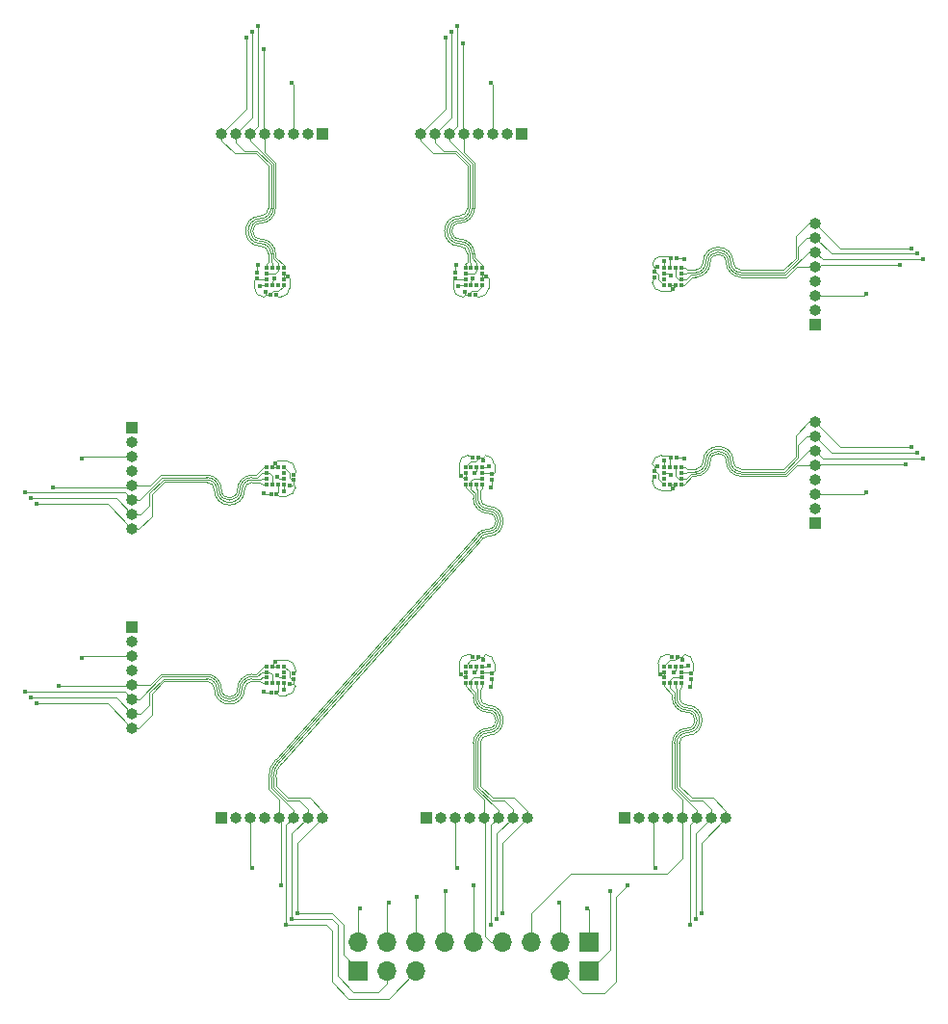
<source format=gbr>
%TF.GenerationSoftware,KiCad,Pcbnew,7.0.2-6a45011f42~172~ubuntu22.04.1*%
%TF.CreationDate,2023-05-18T14:46:19+01:00*%
%TF.ProjectId,KX134_array,4b583133-345f-4617-9272-61792e6b6963,rev?*%
%TF.SameCoordinates,Original*%
%TF.FileFunction,Copper,L1,Top*%
%TF.FilePolarity,Positive*%
%FSLAX46Y46*%
G04 Gerber Fmt 4.6, Leading zero omitted, Abs format (unit mm)*
G04 Created by KiCad (PCBNEW 7.0.2-6a45011f42~172~ubuntu22.04.1) date 2023-05-18 14:46:19*
%MOMM*%
%LPD*%
G01*
G04 APERTURE LIST*
G04 Aperture macros list*
%AMRoundRect*
0 Rectangle with rounded corners*
0 $1 Rounding radius*
0 $2 $3 $4 $5 $6 $7 $8 $9 X,Y pos of 4 corners*
0 Add a 4 corners polygon primitive as box body*
4,1,4,$2,$3,$4,$5,$6,$7,$8,$9,$2,$3,0*
0 Add four circle primitives for the rounded corners*
1,1,$1+$1,$2,$3*
1,1,$1+$1,$4,$5*
1,1,$1+$1,$6,$7*
1,1,$1+$1,$8,$9*
0 Add four rect primitives between the rounded corners*
20,1,$1+$1,$2,$3,$4,$5,0*
20,1,$1+$1,$4,$5,$6,$7,0*
20,1,$1+$1,$6,$7,$8,$9,0*
20,1,$1+$1,$8,$9,$2,$3,0*%
G04 Aperture macros list end*
%TA.AperFunction,ComponentPad*%
%ADD10R,1.000000X1.000000*%
%TD*%
%TA.AperFunction,ComponentPad*%
%ADD11O,1.000000X1.000000*%
%TD*%
%TA.AperFunction,SMDPad,CuDef*%
%ADD12RoundRect,0.075000X0.075000X-0.125000X0.075000X0.125000X-0.075000X0.125000X-0.075000X-0.125000X0*%
%TD*%
%TA.AperFunction,SMDPad,CuDef*%
%ADD13RoundRect,0.075000X-0.075000X0.125000X-0.075000X-0.125000X0.075000X-0.125000X0.075000X0.125000X0*%
%TD*%
%TA.AperFunction,ComponentPad*%
%ADD14R,1.700000X1.700000*%
%TD*%
%TA.AperFunction,ComponentPad*%
%ADD15O,1.700000X1.700000*%
%TD*%
%TA.AperFunction,SMDPad,CuDef*%
%ADD16RoundRect,0.075000X0.125000X0.075000X-0.125000X0.075000X-0.125000X-0.075000X0.125000X-0.075000X0*%
%TD*%
%TA.AperFunction,SMDPad,CuDef*%
%ADD17RoundRect,0.075000X-0.125000X-0.075000X0.125000X-0.075000X0.125000X0.075000X-0.125000X0.075000X0*%
%TD*%
%TA.AperFunction,SMDPad,CuDef*%
%ADD18R,0.330200X0.304800*%
%TD*%
%TA.AperFunction,SMDPad,CuDef*%
%ADD19R,0.304800X0.330200*%
%TD*%
%TA.AperFunction,ViaPad*%
%ADD20C,0.400000*%
%TD*%
%TA.AperFunction,Conductor*%
%ADD21C,0.100000*%
%TD*%
G04 APERTURE END LIST*
D10*
%TO.P,J7,1,Pin_1*%
%TO.N,GND*%
X163300000Y-112550000D03*
D11*
%TO.P,J7,2,Pin_2*%
%TO.N,INT1_7*%
X164570000Y-112550000D03*
%TO.P,J7,3,Pin_3*%
%TO.N,VDD*%
X165840000Y-112550000D03*
%TO.P,J7,4,Pin_4*%
%TO.N,TRIG_7*%
X167110000Y-112550000D03*
%TO.P,J7,5,Pin_5*%
%TO.N,nCS_7*%
X168380000Y-112550000D03*
%TO.P,J7,6,Pin_6*%
%TO.N,SDI*%
X169650000Y-112550000D03*
%TO.P,J7,7,Pin_7*%
%TO.N,Sclk*%
X170920000Y-112550000D03*
%TO.P,J7,8,Pin_8*%
%TO.N,SDO*%
X172190000Y-112550000D03*
%TD*%
D10*
%TO.P,J1,1,Pin_1*%
%TO.N,GND*%
X154200000Y-52450000D03*
D11*
%TO.P,J1,2,Pin_2*%
%TO.N,INT1_1*%
X152930000Y-52450000D03*
%TO.P,J1,3,Pin_3*%
%TO.N,VDD*%
X151660000Y-52450000D03*
%TO.P,J1,4,Pin_4*%
%TO.N,TRIG_1*%
X150390000Y-52450000D03*
%TO.P,J1,5,Pin_5*%
%TO.N,nCS_1*%
X149120000Y-52450000D03*
%TO.P,J1,6,Pin_6*%
%TO.N,SDI*%
X147850000Y-52450000D03*
%TO.P,J1,7,Pin_7*%
%TO.N,Sclk*%
X146580000Y-52450000D03*
%TO.P,J1,8,Pin_8*%
%TO.N,SDO*%
X145310000Y-52450000D03*
%TD*%
D10*
%TO.P,J2,1,Pin_1*%
%TO.N,GND*%
X171700000Y-52450000D03*
D11*
%TO.P,J2,2,Pin_2*%
%TO.N,INT1_2*%
X170430000Y-52450000D03*
%TO.P,J2,3,Pin_3*%
%TO.N,VDD*%
X169160000Y-52450000D03*
%TO.P,J2,4,Pin_4*%
%TO.N,TRIG_2*%
X167890000Y-52450000D03*
%TO.P,J2,5,Pin_5*%
%TO.N,nCS_2*%
X166620000Y-52450000D03*
%TO.P,J2,6,Pin_6*%
%TO.N,SDI*%
X165350000Y-52450000D03*
%TO.P,J2,7,Pin_7*%
%TO.N,Sclk*%
X164080000Y-52450000D03*
%TO.P,J2,8,Pin_8*%
%TO.N,SDO*%
X162810000Y-52450000D03*
%TD*%
D10*
%TO.P,J8,1,Pin_1*%
%TO.N,GND*%
X180800000Y-112550000D03*
D11*
%TO.P,J8,2,Pin_2*%
%TO.N,INT1_8*%
X182070000Y-112550000D03*
%TO.P,J8,3,Pin_3*%
%TO.N,VDD*%
X183340000Y-112550000D03*
%TO.P,J8,4,Pin_4*%
%TO.N,TRIG_8*%
X184610000Y-112550000D03*
%TO.P,J8,5,Pin_5*%
%TO.N,nCS_8*%
X185880000Y-112550000D03*
%TO.P,J8,6,Pin_6*%
%TO.N,SDI*%
X187150000Y-112550000D03*
%TO.P,J8,7,Pin_7*%
%TO.N,Sclk*%
X188420000Y-112550000D03*
%TO.P,J8,8,Pin_8*%
%TO.N,SDO*%
X189690000Y-112550000D03*
%TD*%
D10*
%TO.P,J3,1,Pin_1*%
%TO.N,GND*%
X197550000Y-69199999D03*
D11*
%TO.P,J3,2,Pin_2*%
%TO.N,INT1_3*%
X197550000Y-67929999D03*
%TO.P,J3,3,Pin_3*%
%TO.N,VDD*%
X197550000Y-66659999D03*
%TO.P,J3,4,Pin_4*%
%TO.N,TRIG_3*%
X197550000Y-65389999D03*
%TO.P,J3,5,Pin_5*%
%TO.N,nCS_3*%
X197550000Y-64119999D03*
%TO.P,J3,6,Pin_6*%
%TO.N,SDI*%
X197550000Y-62849999D03*
%TO.P,J3,7,Pin_7*%
%TO.N,Sclk*%
X197550000Y-61579999D03*
%TO.P,J3,8,Pin_8*%
%TO.N,SDO*%
X197550000Y-60309999D03*
%TD*%
D10*
%TO.P,J9,1,Pin_1*%
%TO.N,GND*%
X137450000Y-95800000D03*
D11*
%TO.P,J9,2,Pin_2*%
%TO.N,INT1_9*%
X137450000Y-97070000D03*
%TO.P,J9,3,Pin_3*%
%TO.N,VDD*%
X137450000Y-98340000D03*
%TO.P,J9,4,Pin_4*%
%TO.N,TRIG_9*%
X137450000Y-99610000D03*
%TO.P,J9,5,Pin_5*%
%TO.N,nCS_9*%
X137450000Y-100880000D03*
%TO.P,J9,6,Pin_6*%
%TO.N,SDI*%
X137450000Y-102150000D03*
%TO.P,J9,7,Pin_7*%
%TO.N,Sclk*%
X137450000Y-103420000D03*
%TO.P,J9,8,Pin_8*%
%TO.N,SDO*%
X137450000Y-104690000D03*
%TD*%
D10*
%TO.P,J4,1,Pin_1*%
%TO.N,GND*%
X197550000Y-86699999D03*
D11*
%TO.P,J4,2,Pin_2*%
%TO.N,INT1_4*%
X197550000Y-85429999D03*
%TO.P,J4,3,Pin_3*%
%TO.N,VDD*%
X197550000Y-84159999D03*
%TO.P,J4,4,Pin_4*%
%TO.N,TRIG_4*%
X197550000Y-82889999D03*
%TO.P,J4,5,Pin_5*%
%TO.N,nCS_4*%
X197550000Y-81619999D03*
%TO.P,J4,6,Pin_6*%
%TO.N,SDI*%
X197550000Y-80349999D03*
%TO.P,J4,7,Pin_7*%
%TO.N,Sclk*%
X197550000Y-79079999D03*
%TO.P,J4,8,Pin_8*%
%TO.N,SDO*%
X197550000Y-77809999D03*
%TD*%
D10*
%TO.P,J5,1,Pin_1*%
%TO.N,GND*%
X145300000Y-112550000D03*
D11*
%TO.P,J5,2,Pin_2*%
%TO.N,INT1_5*%
X146570000Y-112550000D03*
%TO.P,J5,3,Pin_3*%
%TO.N,VDD*%
X147840000Y-112550000D03*
%TO.P,J5,4,Pin_4*%
%TO.N,TRIG_5*%
X149110000Y-112550000D03*
%TO.P,J5,5,Pin_5*%
%TO.N,nCS_5*%
X150380000Y-112550000D03*
%TO.P,J5,6,Pin_6*%
%TO.N,SDI*%
X151650000Y-112550000D03*
%TO.P,J5,7,Pin_7*%
%TO.N,Sclk*%
X152920000Y-112550000D03*
%TO.P,J5,8,Pin_8*%
%TO.N,SDO*%
X154190000Y-112550000D03*
%TD*%
D10*
%TO.P,J6,1,Pin_1*%
%TO.N,GND*%
X137450000Y-78300000D03*
D11*
%TO.P,J6,2,Pin_2*%
%TO.N,INT1_6*%
X137450000Y-79570000D03*
%TO.P,J6,3,Pin_3*%
%TO.N,VDD*%
X137450000Y-80840000D03*
%TO.P,J6,4,Pin_4*%
%TO.N,TRIG_6*%
X137450000Y-82110000D03*
%TO.P,J6,5,Pin_5*%
%TO.N,nCS_6*%
X137450000Y-83380000D03*
%TO.P,J6,6,Pin_6*%
%TO.N,SDI*%
X137450000Y-84650000D03*
%TO.P,J6,7,Pin_7*%
%TO.N,Sclk*%
X137450000Y-85920000D03*
%TO.P,J6,8,Pin_8*%
%TO.N,SDO*%
X137450000Y-87190000D03*
%TD*%
D12*
%TO.P,C10,1*%
%TO.N,GND*%
X169100000Y-82850000D03*
%TO.P,C10,2*%
%TO.N,VDD*%
X169100000Y-82350000D03*
%TD*%
D13*
%TO.P,C2,1*%
%TO.N,GND*%
X148400000Y-64650000D03*
%TO.P,C2,2*%
%TO.N,VDD*%
X148400000Y-65150000D03*
%TD*%
D14*
%TO.P,J10,1,Pin_1*%
%TO.N,nCS_4*%
X177660000Y-123500000D03*
D15*
%TO.P,J10,2,Pin_2*%
%TO.N,nCS_3*%
X175120000Y-123500000D03*
%TO.P,J10,3,Pin_3*%
%TO.N,nCS_8*%
X172580000Y-123500000D03*
%TO.P,J10,4,Pin_4*%
%TO.N,nCS_7*%
X170040000Y-123500000D03*
%TO.P,J10,5,Pin_5*%
%TO.N,nCS_5*%
X167500000Y-123500000D03*
%TO.P,J10,6,Pin_6*%
%TO.N,nCS_9*%
X164960000Y-123500000D03*
%TO.P,J10,7,Pin_7*%
%TO.N,nCS_6*%
X162420000Y-123500000D03*
%TO.P,J10,8,Pin_8*%
%TO.N,nCS_1*%
X159880000Y-123500000D03*
%TO.P,J10,9,Pin_9*%
%TO.N,nCS_2*%
X157340000Y-123500000D03*
%TD*%
D16*
%TO.P,C9,1*%
%TO.N,VDD*%
X167900000Y-80900000D03*
%TO.P,C9,2*%
%TO.N,GND*%
X167400000Y-80900000D03*
%TD*%
D13*
%TO.P,C7,1*%
%TO.N,VDD*%
X183400000Y-82100001D03*
%TO.P,C7,2*%
%TO.N,GND*%
X183400000Y-82600001D03*
%TD*%
D16*
%TO.P,C15,1*%
%TO.N,VDD*%
X185400000Y-98400000D03*
%TO.P,C15,2*%
%TO.N,GND*%
X184900000Y-98400000D03*
%TD*%
D12*
%TO.P,C17,1*%
%TO.N,VDD*%
X151600000Y-100400000D03*
%TO.P,C17,2*%
%TO.N,GND*%
X151600000Y-99900000D03*
%TD*%
D17*
%TO.P,C12,1*%
%TO.N,GND*%
X149650000Y-84100000D03*
%TO.P,C12,2*%
%TO.N,VDD*%
X150150000Y-84100000D03*
%TD*%
D16*
%TO.P,C8,1*%
%TO.N,GND*%
X185349999Y-80900000D03*
%TO.P,C8,2*%
%TO.N,VDD*%
X184849999Y-80900000D03*
%TD*%
D18*
%TO.P,U5,1,SDO/ADDR*%
%TO.N,SDO*%
X168249300Y-83250001D03*
%TO.P,U5,2,SDI/SDA*%
%TO.N,SDI*%
X168249300Y-82750000D03*
%TO.P,U5,3,IO_VDD*%
%TO.N,VDD*%
X168249300Y-82250000D03*
%TO.P,U5,4,TRIG*%
%TO.N,TRIG_5*%
X168249300Y-81749999D03*
D19*
%TO.P,U5,5,INT1*%
%TO.N,INT1_5*%
X167750000Y-81750700D03*
%TO.P,U5,6,INT2*%
%TO.N,INT2_5*%
X167250000Y-81750700D03*
D18*
%TO.P,U5,7,VDD*%
%TO.N,VDD*%
X166750700Y-81749999D03*
%TO.P,U5,8,GND*%
%TO.N,GND*%
X166750700Y-82250000D03*
%TO.P,U5,9,GND*%
X166750700Y-82750000D03*
%TO.P,U5,10,nCS*%
%TO.N,nCS_5*%
X166750700Y-83250001D03*
D19*
%TO.P,U5,11,NC*%
%TO.N,SDI*%
X167250000Y-83249300D03*
%TO.P,U5,12,SCLK/SCL*%
%TO.N,Sclk*%
X167750000Y-83249300D03*
%TD*%
%TO.P,U3,1,SDO/ADDR*%
%TO.N,SDO*%
X185750001Y-64250700D03*
%TO.P,U3,2,SDI/SDA*%
%TO.N,SDI*%
X185250000Y-64250700D03*
%TO.P,U3,3,IO_VDD*%
%TO.N,VDD*%
X184750000Y-64250700D03*
%TO.P,U3,4,TRIG*%
%TO.N,TRIG_3*%
X184249999Y-64250700D03*
D18*
%TO.P,U3,5,INT1*%
%TO.N,INT1_3*%
X184250700Y-64750000D03*
%TO.P,U3,6,INT2*%
%TO.N,INT2_3*%
X184250700Y-65250000D03*
D19*
%TO.P,U3,7,VDD*%
%TO.N,VDD*%
X184249999Y-65749300D03*
%TO.P,U3,8,GND*%
%TO.N,GND*%
X184750000Y-65749300D03*
%TO.P,U3,9,GND*%
X185250000Y-65749300D03*
%TO.P,U3,10,nCS*%
%TO.N,nCS_3*%
X185750001Y-65749300D03*
D18*
%TO.P,U3,11,NC*%
%TO.N,SDI*%
X185749300Y-65250000D03*
%TO.P,U3,12,SCLK/SCL*%
%TO.N,Sclk*%
X185749300Y-64750000D03*
%TD*%
D19*
%TO.P,U9,1,SDO/ADDR*%
%TO.N,SDO*%
X149249999Y-100749300D03*
%TO.P,U9,2,SDI/SDA*%
%TO.N,SDI*%
X149750000Y-100749300D03*
%TO.P,U9,3,IO_VDD*%
%TO.N,VDD*%
X150250000Y-100749300D03*
%TO.P,U9,4,TRIG*%
%TO.N,TRIG_9*%
X150750001Y-100749300D03*
D18*
%TO.P,U9,5,INT1*%
%TO.N,INT1_9*%
X150749300Y-100250000D03*
%TO.P,U9,6,INT2*%
%TO.N,INT2_9*%
X150749300Y-99750000D03*
D19*
%TO.P,U9,7,VDD*%
%TO.N,VDD*%
X150750001Y-99250700D03*
%TO.P,U9,8,GND*%
%TO.N,GND*%
X150250000Y-99250700D03*
%TO.P,U9,9,GND*%
X149750000Y-99250700D03*
%TO.P,U9,10,nCS*%
%TO.N,nCS_9*%
X149249999Y-99250700D03*
D18*
%TO.P,U9,11,NC*%
%TO.N,SDI*%
X149250700Y-99750000D03*
%TO.P,U9,12,SCLK/SCL*%
%TO.N,Sclk*%
X149250700Y-100250000D03*
%TD*%
%TO.P,U1,1,SDO/ADDR*%
%TO.N,SDO*%
X149250700Y-64249999D03*
%TO.P,U1,2,SDI/SDA*%
%TO.N,SDI*%
X149250700Y-64750000D03*
%TO.P,U1,3,IO_VDD*%
%TO.N,VDD*%
X149250700Y-65250000D03*
%TO.P,U1,4,TRIG*%
%TO.N,TRIG_1*%
X149250700Y-65750001D03*
D19*
%TO.P,U1,5,INT1*%
%TO.N,INT1_1*%
X149750000Y-65749300D03*
%TO.P,U1,6,INT2*%
%TO.N,INT2_1*%
X150250000Y-65749300D03*
D18*
%TO.P,U1,7,VDD*%
%TO.N,VDD*%
X150749300Y-65750001D03*
%TO.P,U1,8,GND*%
%TO.N,GND*%
X150749300Y-65250000D03*
%TO.P,U1,9,GND*%
X150749300Y-64750000D03*
%TO.P,U1,10,nCS*%
%TO.N,nCS_1*%
X150749300Y-64249999D03*
D19*
%TO.P,U1,11,NC*%
%TO.N,SDI*%
X150250000Y-64250700D03*
%TO.P,U1,12,SCLK/SCL*%
%TO.N,Sclk*%
X149750000Y-64250700D03*
%TD*%
D18*
%TO.P,U8,1,SDO/ADDR*%
%TO.N,SDO*%
X185749300Y-100750001D03*
%TO.P,U8,2,SDI/SDA*%
%TO.N,SDI*%
X185749300Y-100250000D03*
%TO.P,U8,3,IO_VDD*%
%TO.N,VDD*%
X185749300Y-99750000D03*
%TO.P,U8,4,TRIG*%
%TO.N,TRIG_8*%
X185749300Y-99249999D03*
D19*
%TO.P,U8,5,INT1*%
%TO.N,INT1_8*%
X185250000Y-99250700D03*
%TO.P,U8,6,INT2*%
%TO.N,INT2_8*%
X184750000Y-99250700D03*
D18*
%TO.P,U8,7,VDD*%
%TO.N,VDD*%
X184250700Y-99249999D03*
%TO.P,U8,8,GND*%
%TO.N,GND*%
X184250700Y-99750000D03*
%TO.P,U8,9,GND*%
X184250700Y-100250000D03*
%TO.P,U8,10,nCS*%
%TO.N,nCS_8*%
X184250700Y-100750001D03*
D19*
%TO.P,U8,11,NC*%
%TO.N,SDI*%
X184750000Y-100749300D03*
%TO.P,U8,12,SCLK/SCL*%
%TO.N,Sclk*%
X185250000Y-100749300D03*
%TD*%
D17*
%TO.P,C1,1*%
%TO.N,VDD*%
X149600000Y-66600000D03*
%TO.P,C1,2*%
%TO.N,GND*%
X150100000Y-66600000D03*
%TD*%
D19*
%TO.P,U6,1,SDO/ADDR*%
%TO.N,SDO*%
X149249999Y-83249300D03*
%TO.P,U6,2,SDI/SDA*%
%TO.N,SDI*%
X149750000Y-83249300D03*
%TO.P,U6,3,IO_VDD*%
%TO.N,VDD*%
X150250000Y-83249300D03*
%TO.P,U6,4,TRIG*%
%TO.N,TRIG_6*%
X150750001Y-83249300D03*
D18*
%TO.P,U6,5,INT1*%
%TO.N,INT1_6*%
X150749300Y-82750000D03*
%TO.P,U6,6,INT2*%
%TO.N,INT2_6*%
X150749300Y-82250000D03*
D19*
%TO.P,U6,7,VDD*%
%TO.N,VDD*%
X150750001Y-81750700D03*
%TO.P,U6,8,GND*%
%TO.N,GND*%
X150250000Y-81750700D03*
%TO.P,U6,9,GND*%
X149750000Y-81750700D03*
%TO.P,U6,10,nCS*%
%TO.N,nCS_6*%
X149249999Y-81750700D03*
D18*
%TO.P,U6,11,NC*%
%TO.N,SDI*%
X149250700Y-82250000D03*
%TO.P,U6,12,SCLK/SCL*%
%TO.N,Sclk*%
X149250700Y-82750000D03*
%TD*%
D12*
%TO.P,C14,1*%
%TO.N,GND*%
X169100000Y-100350000D03*
%TO.P,C14,2*%
%TO.N,VDD*%
X169100000Y-99850000D03*
%TD*%
%TO.P,C11,1*%
%TO.N,VDD*%
X151600000Y-82900000D03*
%TO.P,C11,2*%
%TO.N,GND*%
X151600000Y-82400000D03*
%TD*%
D14*
%TO.P,J12,1,Pin_1*%
%TO.N,VDD*%
X177660000Y-126040000D03*
D15*
%TO.P,J12,2,Pin_2*%
%TO.N,GND*%
X175120000Y-126040000D03*
%TD*%
D12*
%TO.P,C16,1*%
%TO.N,GND*%
X186600000Y-100350000D03*
%TO.P,C16,2*%
%TO.N,VDD*%
X186600000Y-99850000D03*
%TD*%
D13*
%TO.P,C5,1*%
%TO.N,VDD*%
X183400000Y-64600001D03*
%TO.P,C5,2*%
%TO.N,GND*%
X183400000Y-65100001D03*
%TD*%
%TO.P,C4,1*%
%TO.N,GND*%
X165900000Y-64650000D03*
%TO.P,C4,2*%
%TO.N,VDD*%
X165900000Y-65150000D03*
%TD*%
D18*
%TO.P,U2,1,SDO/ADDR*%
%TO.N,SDO*%
X166750700Y-64249999D03*
%TO.P,U2,2,SDI/SDA*%
%TO.N,SDI*%
X166750700Y-64750000D03*
%TO.P,U2,3,IO_VDD*%
%TO.N,VDD*%
X166750700Y-65250000D03*
%TO.P,U2,4,TRIG*%
%TO.N,TRIG_2*%
X166750700Y-65750001D03*
D19*
%TO.P,U2,5,INT1*%
%TO.N,INT1_2*%
X167250000Y-65749300D03*
%TO.P,U2,6,INT2*%
%TO.N,INT2_2*%
X167750000Y-65749300D03*
D18*
%TO.P,U2,7,VDD*%
%TO.N,VDD*%
X168249300Y-65750001D03*
%TO.P,U2,8,GND*%
%TO.N,GND*%
X168249300Y-65250000D03*
%TO.P,U2,9,GND*%
X168249300Y-64750000D03*
%TO.P,U2,10,nCS*%
%TO.N,nCS_2*%
X168249300Y-64249999D03*
D19*
%TO.P,U2,11,NC*%
%TO.N,SDI*%
X167750000Y-64250700D03*
%TO.P,U2,12,SCLK/SCL*%
%TO.N,Sclk*%
X167250000Y-64250700D03*
%TD*%
D14*
%TO.P,J11,1,Pin_1*%
%TO.N,SDO*%
X157340000Y-126040000D03*
D15*
%TO.P,J11,2,Pin_2*%
%TO.N,Sclk*%
X159880000Y-126040000D03*
%TO.P,J11,3,Pin_3*%
%TO.N,SDI*%
X162420000Y-126040000D03*
%TD*%
D16*
%TO.P,C6,1*%
%TO.N,GND*%
X185349999Y-63400000D03*
%TO.P,C6,2*%
%TO.N,VDD*%
X184849999Y-63400000D03*
%TD*%
D19*
%TO.P,U4,1,SDO/ADDR*%
%TO.N,SDO*%
X185750001Y-81750700D03*
%TO.P,U4,2,SDI/SDA*%
%TO.N,SDI*%
X185250000Y-81750700D03*
%TO.P,U4,3,IO_VDD*%
%TO.N,VDD*%
X184750000Y-81750700D03*
%TO.P,U4,4,TRIG*%
%TO.N,TRIG_4*%
X184249999Y-81750700D03*
D18*
%TO.P,U4,5,INT1*%
%TO.N,INT1_4*%
X184250700Y-82250000D03*
%TO.P,U4,6,INT2*%
%TO.N,INT2_4*%
X184250700Y-82750000D03*
D19*
%TO.P,U4,7,VDD*%
%TO.N,VDD*%
X184249999Y-83249300D03*
%TO.P,U4,8,GND*%
%TO.N,GND*%
X184750000Y-83249300D03*
%TO.P,U4,9,GND*%
X185250000Y-83249300D03*
%TO.P,U4,10,nCS*%
%TO.N,nCS_4*%
X185750001Y-83249300D03*
D18*
%TO.P,U4,11,NC*%
%TO.N,SDI*%
X185749300Y-82750000D03*
%TO.P,U4,12,SCLK/SCL*%
%TO.N,Sclk*%
X185749300Y-82250000D03*
%TD*%
%TO.P,U7,1,SDO/ADDR*%
%TO.N,SDO*%
X168249300Y-100750001D03*
%TO.P,U7,2,SDI/SDA*%
%TO.N,SDI*%
X168249300Y-100250000D03*
%TO.P,U7,3,IO_VDD*%
%TO.N,VDD*%
X168249300Y-99750000D03*
%TO.P,U7,4,TRIG*%
%TO.N,TRIG_7*%
X168249300Y-99249999D03*
D19*
%TO.P,U7,5,INT1*%
%TO.N,INT1_7*%
X167750000Y-99250700D03*
%TO.P,U7,6,INT2*%
%TO.N,INT2_7*%
X167250000Y-99250700D03*
D18*
%TO.P,U7,7,VDD*%
%TO.N,VDD*%
X166750700Y-99249999D03*
%TO.P,U7,8,GND*%
%TO.N,GND*%
X166750700Y-99750000D03*
%TO.P,U7,9,GND*%
X166750700Y-100250000D03*
%TO.P,U7,10,nCS*%
%TO.N,nCS_7*%
X166750700Y-100750001D03*
D19*
%TO.P,U7,11,NC*%
%TO.N,SDI*%
X167250000Y-100749300D03*
%TO.P,U7,12,SCLK/SCL*%
%TO.N,Sclk*%
X167750000Y-100749300D03*
%TD*%
D17*
%TO.P,C18,1*%
%TO.N,GND*%
X149650000Y-101600000D03*
%TO.P,C18,2*%
%TO.N,VDD*%
X150150000Y-101600000D03*
%TD*%
%TO.P,C3,1*%
%TO.N,VDD*%
X167100000Y-66600000D03*
%TO.P,C3,2*%
%TO.N,GND*%
X167600000Y-66600000D03*
%TD*%
D16*
%TO.P,C13,1*%
%TO.N,VDD*%
X167900000Y-98400000D03*
%TO.P,C13,2*%
%TO.N,GND*%
X167400000Y-98400000D03*
%TD*%
D20*
%TO.N,GND*%
X150000000Y-81400000D03*
X148475000Y-63975000D03*
X185000000Y-83600000D03*
X169025000Y-83525000D03*
X183900000Y-100000000D03*
X165975000Y-63975000D03*
X169025000Y-101025000D03*
X181000000Y-118500000D03*
X185000000Y-66100000D03*
X150000000Y-98900000D03*
X148975000Y-84025000D03*
X151100000Y-65000000D03*
X168600000Y-65000000D03*
X166400000Y-100000000D03*
X166400000Y-82500000D03*
X148975000Y-101525000D03*
X186025000Y-80975000D03*
X186025000Y-63475000D03*
X186525000Y-101025000D03*
%TO.N,VDD*%
X183675000Y-81675000D03*
X151325000Y-83325000D03*
X168325000Y-98675000D03*
X168325000Y-81175000D03*
X166675000Y-66325000D03*
X149175000Y-66325000D03*
X133000000Y-81000000D03*
X183675000Y-64175000D03*
X202000000Y-66500000D03*
X151325000Y-100825000D03*
X179500000Y-119000000D03*
X183500000Y-117000000D03*
X202000000Y-84000000D03*
X133000000Y-98500000D03*
X185825000Y-98675000D03*
X169000000Y-48000000D03*
X151500000Y-48000000D03*
X166000000Y-117000000D03*
X148000000Y-117000000D03*
%TO.N,SDO*%
X129000000Y-102500000D03*
X206000000Y-62500000D03*
X147500000Y-44000000D03*
X165000000Y-44000000D03*
X170000000Y-121000000D03*
X152000000Y-121000000D03*
X206000000Y-80000000D03*
X187500000Y-121000000D03*
X129000000Y-85000000D03*
%TO.N,Sclk*%
X187000000Y-121500000D03*
X169500000Y-121500000D03*
X151500000Y-121500000D03*
X128500000Y-102000000D03*
X128500000Y-84500000D03*
X148000000Y-43500000D03*
X206500000Y-63000000D03*
X206500000Y-80500000D03*
X165500000Y-43500000D03*
%TO.N,TRIG_1*%
X148650000Y-65800000D03*
%TO.N,INT1_1*%
X149925000Y-65200000D03*
%TO.N,nCS_1*%
X149000000Y-45000000D03*
X160000000Y-120000000D03*
%TO.N,SDI*%
X128000000Y-101500000D03*
X151000000Y-122000000D03*
X207000000Y-81000000D03*
X186500000Y-122000000D03*
X148500000Y-43000000D03*
X166000000Y-43000000D03*
X169000000Y-122000000D03*
X207000000Y-63500000D03*
X128000000Y-84000000D03*
%TO.N,TRIG_2*%
X166150000Y-65800000D03*
%TO.N,INT1_2*%
X167425000Y-65200000D03*
%TO.N,nCS_2*%
X157500000Y-120500000D03*
X166500000Y-44500000D03*
%TO.N,TRIG_5*%
X168849999Y-81700000D03*
%TO.N,INT1_5*%
X167575000Y-82300000D03*
%TO.N,nCS_5*%
X167500000Y-118500000D03*
X150500000Y-118500000D03*
%TO.N,TRIG_6*%
X150800000Y-83850000D03*
%TO.N,INT1_6*%
X150200000Y-82575000D03*
%TO.N,nCS_6*%
X130500000Y-83500000D03*
X162500000Y-119500000D03*
%TO.N,TRIG_4*%
X184200000Y-81150000D03*
%TO.N,INT1_4*%
X184800000Y-82425000D03*
%TO.N,nCS_4*%
X205500000Y-81500000D03*
X177500000Y-120500000D03*
%TO.N,TRIG_8*%
X186350000Y-99200000D03*
%TO.N,INT1_8*%
X185075000Y-99800000D03*
%TO.N,TRIG_9*%
X150800000Y-101350000D03*
%TO.N,INT1_9*%
X150200000Y-100075000D03*
%TO.N,nCS_9*%
X131000000Y-101000000D03*
X165000000Y-119000000D03*
%TO.N,TRIG_7*%
X168850000Y-99200000D03*
%TO.N,INT1_7*%
X167575000Y-99800000D03*
%TO.N,nCS_3*%
X205000000Y-64000000D03*
X175000000Y-120000000D03*
%TO.N,INT1_3*%
X184800000Y-64925000D03*
%TO.N,TRIG_3*%
X184200000Y-63650000D03*
%TD*%
D21*
%TO.N,GND*%
X184150000Y-100250000D02*
X183900000Y-100000000D01*
X185950000Y-80900000D02*
X186025000Y-80975000D01*
X149650000Y-101600000D02*
X149050000Y-101600000D01*
X149650000Y-84100000D02*
X149050000Y-84100000D01*
X166650000Y-82750001D02*
X166400000Y-82500000D01*
X169100000Y-83450000D02*
X169025000Y-83525000D01*
X184800000Y-66300000D02*
X185000000Y-66100000D01*
X165900000Y-64050000D02*
X165975000Y-63975000D01*
X149750000Y-81750700D02*
X149750000Y-81650000D01*
X167200000Y-98200000D02*
X167400000Y-98400000D01*
X151800000Y-82000000D02*
X151800000Y-82200000D01*
X148400000Y-64050000D02*
X148475000Y-63975000D01*
X149750000Y-99150000D02*
X150000000Y-98900000D01*
X165900000Y-64650000D02*
X165900000Y-64050000D01*
X150200000Y-98700000D02*
X150000000Y-98900000D01*
X169100000Y-100350000D02*
X169100000Y-100950000D01*
X166750700Y-100250000D02*
X166650000Y-100250000D01*
X166200000Y-99000000D02*
X166200000Y-99800000D01*
X185250000Y-83350000D02*
X185000000Y-83600000D01*
X183200000Y-65300000D02*
X183400000Y-65100000D01*
X186600000Y-100950000D02*
X186525000Y-101025000D01*
X184000000Y-83800000D02*
X184800000Y-83800000D01*
X166750700Y-82750000D02*
X166650000Y-82750001D01*
X168000000Y-66800000D02*
X167800000Y-66800000D01*
X185250000Y-65850000D02*
X185000000Y-66100000D01*
X169100000Y-100950000D02*
X169025000Y-101025000D01*
X180000000Y-127000000D02*
X179000000Y-128000000D01*
X185950000Y-63400000D02*
X186025000Y-63475000D01*
X167000000Y-98200000D02*
X167200000Y-98200000D01*
X149750000Y-99250700D02*
X149750000Y-99150000D01*
X166650000Y-100250000D02*
X166400000Y-100000000D01*
X184700000Y-98200000D02*
X184900000Y-98400000D01*
X185250000Y-83249300D02*
X184750000Y-83249300D01*
X150300000Y-66800000D02*
X150100000Y-66600000D01*
X179000000Y-128000000D02*
X177080000Y-128000000D01*
X183200000Y-83000000D02*
X183200000Y-82800000D01*
X149750000Y-99250700D02*
X150250000Y-99250700D01*
X148400000Y-64650000D02*
X148400000Y-64050000D01*
X166200000Y-99800000D02*
X166400000Y-100000000D01*
X150500000Y-66800000D02*
X150300000Y-66800000D01*
X184500000Y-98200000D02*
X184700000Y-98200000D01*
X186600000Y-100350000D02*
X186600000Y-100950000D01*
X168800000Y-65200000D02*
X168600000Y-65000000D01*
X184250700Y-100250000D02*
X184250700Y-99750000D01*
X168249300Y-64750000D02*
X168350000Y-64750000D01*
X185250000Y-65749300D02*
X185250000Y-65850000D01*
X149050000Y-84100000D02*
X148975000Y-84025000D01*
X169100000Y-82850000D02*
X169100000Y-83450000D01*
X177080000Y-128000000D02*
X175120000Y-126040000D01*
X167200000Y-80700000D02*
X167400000Y-80900000D01*
X151300000Y-65200000D02*
X151100000Y-65000000D01*
X184250700Y-100250000D02*
X184150000Y-100250000D01*
X149050000Y-101600000D02*
X148975000Y-101525000D01*
X150200000Y-81200000D02*
X150000000Y-81400000D01*
X166999999Y-80700000D02*
X167200000Y-80700000D01*
X151300000Y-66000000D02*
X151300000Y-65200000D01*
X184000000Y-66300000D02*
X184800000Y-66300000D01*
X185350000Y-63400000D02*
X185950000Y-63400000D01*
X150749300Y-64750000D02*
X150850000Y-64750000D01*
X168350000Y-64750000D02*
X168600000Y-65000000D01*
X183200000Y-82800000D02*
X183400000Y-82600000D01*
X185250000Y-65749300D02*
X184750000Y-65749300D01*
X166750700Y-100250000D02*
X166750700Y-99750000D01*
X166200000Y-82300001D02*
X166400000Y-82500000D01*
X166750700Y-82750000D02*
X166750700Y-82250000D01*
X168249300Y-64750000D02*
X168249300Y-65250000D01*
X150749300Y-64750000D02*
X150749300Y-65250000D01*
X151000000Y-98700000D02*
X150200000Y-98700000D01*
X180000000Y-119500000D02*
X180000000Y-127000000D01*
X183700000Y-99800000D02*
X183900000Y-100000000D01*
X183700000Y-99000000D02*
X183700000Y-99800000D01*
X185350000Y-80900000D02*
X185950000Y-80900000D01*
X166200000Y-81500000D02*
X166200000Y-82300001D01*
X167800000Y-66800000D02*
X167600000Y-66600000D01*
X150850000Y-64750000D02*
X151100000Y-65000000D01*
X149750000Y-81650000D02*
X150000000Y-81400000D01*
X151800000Y-99700000D02*
X151600000Y-99900000D01*
X151800000Y-82200000D02*
X151600000Y-82400000D01*
X181000000Y-118500000D02*
X180000000Y-119500000D01*
X151000000Y-81200000D02*
X150200000Y-81200000D01*
X183200000Y-65500000D02*
X183200000Y-65300000D01*
X185250000Y-83249300D02*
X185250000Y-83350000D01*
X151800000Y-99500000D02*
X151800000Y-99700000D01*
X149750000Y-81750700D02*
X150250000Y-81750700D01*
X184800000Y-83800000D02*
X185000000Y-83600000D01*
X168800000Y-66000000D02*
X168800000Y-65200000D01*
X167000000Y-98200000D02*
G75*
G03*
X166200000Y-99000000I0J-800000D01*
G01*
X183200000Y-83000000D02*
G75*
G03*
X184000000Y-83800000I800000J0D01*
G01*
X151800000Y-99500000D02*
G75*
G03*
X151000000Y-98700000I-800000J0D01*
G01*
X166999999Y-80700000D02*
G75*
G03*
X166200000Y-81500000I1J-800000D01*
G01*
X151800000Y-82000000D02*
G75*
G03*
X151000000Y-81200000I-800000J0D01*
G01*
X183200000Y-65500000D02*
G75*
G03*
X184000000Y-66300000I800000J0D01*
G01*
X150500000Y-66800000D02*
G75*
G03*
X151300000Y-66000000I0J800000D01*
G01*
X168000000Y-66800000D02*
G75*
G03*
X168800000Y-66000000I0J800000D01*
G01*
X184500000Y-98200000D02*
G75*
G03*
X183700000Y-99000000I0J-800000D01*
G01*
%TO.N,VDD*%
X183425000Y-64175000D02*
X183400000Y-64200000D01*
X168249300Y-65750001D02*
X168249300Y-65800700D01*
X167224999Y-81225000D02*
X167674999Y-81225000D01*
X147840000Y-116840000D02*
X148000000Y-117000000D01*
X183340000Y-112550000D02*
X183340000Y-116840000D01*
X185825000Y-98425000D02*
X185800000Y-98400000D01*
X168325000Y-80925000D02*
X168300000Y-80900000D01*
X150250000Y-101500000D02*
X150150000Y-101600000D01*
X183500000Y-64600000D02*
X183400000Y-64600000D01*
X151575000Y-83325000D02*
X151600000Y-83300000D01*
X183675000Y-81675000D02*
X183425000Y-81675000D01*
X137450000Y-80840000D02*
X133160000Y-80840000D01*
X184650000Y-80700000D02*
X184850000Y-80900000D01*
X151575000Y-100825000D02*
X151600000Y-100800000D01*
X151600000Y-82900000D02*
X151600000Y-83300000D01*
X151600000Y-100400000D02*
X151600000Y-100800000D01*
X185800000Y-98400000D02*
X186000000Y-98200000D01*
X169160000Y-48160000D02*
X169000000Y-48000000D01*
X169160000Y-52450000D02*
X169160000Y-48160000D01*
X183725000Y-82775000D02*
X183725000Y-82325000D01*
X168300000Y-98400000D02*
X168500000Y-98200000D01*
X165700000Y-66000000D02*
X165700000Y-65350000D01*
X150749300Y-65800700D02*
X150275000Y-66275000D01*
X149175000Y-66325000D02*
X149175000Y-66575000D01*
X184000000Y-80700000D02*
X184650000Y-80700000D01*
X169000000Y-99750000D02*
X169100000Y-99850000D01*
X166750700Y-81699300D02*
X167224999Y-81225000D01*
X166750700Y-81750000D02*
X166750700Y-81699300D01*
X151000000Y-84300000D02*
X150350000Y-84300000D01*
X183675000Y-64175000D02*
X183425000Y-64175000D01*
X150250000Y-83249300D02*
X150250000Y-84000000D01*
X150350000Y-101800000D02*
X150150000Y-101600000D01*
X150750001Y-81750700D02*
X150800700Y-81750700D01*
X151500000Y-100400000D02*
X151600000Y-100400000D01*
X151325000Y-83325000D02*
X151575000Y-83325000D01*
X183500000Y-82100000D02*
X183400000Y-82100000D01*
X183425000Y-81675000D02*
X183400000Y-81700000D01*
X185749300Y-99750000D02*
X186500000Y-99750000D01*
X183400000Y-81700000D02*
X183200000Y-81500000D01*
X169300000Y-82150001D02*
X169100000Y-82350001D01*
X167225000Y-98725000D02*
X167675000Y-98725000D01*
X168249299Y-82250000D02*
X168999999Y-82250000D01*
X185400000Y-98400000D02*
X185800000Y-98400000D01*
X165840000Y-112550000D02*
X165840000Y-116840000D01*
X186800000Y-99650000D02*
X186600000Y-99850000D01*
X150800700Y-81750700D02*
X151275000Y-82225000D01*
X165700000Y-65350000D02*
X165900000Y-65150000D01*
X166675000Y-66325000D02*
X166675000Y-66575000D01*
X148200000Y-66000000D02*
X148200000Y-65350000D01*
X167899999Y-81000000D02*
X167900000Y-80900001D01*
X186500000Y-99750000D02*
X186600000Y-99850000D01*
X167775000Y-66275000D02*
X167325000Y-66275000D01*
X184725000Y-98725000D02*
X185175000Y-98725000D01*
X183400000Y-64600000D02*
X183400000Y-64200000D01*
X150250000Y-100749300D02*
X150250000Y-101500000D01*
X150275000Y-66275000D02*
X149825000Y-66275000D01*
X167900000Y-98400000D02*
X168300000Y-98400000D01*
X167100000Y-66600000D02*
X166700000Y-66600000D01*
X184250700Y-99199300D02*
X184725000Y-98725000D01*
X151000000Y-101800000D02*
X150350000Y-101800000D01*
X151275000Y-82675000D02*
X151500000Y-82900000D01*
X149250700Y-65250000D02*
X148500000Y-65250000D01*
X137450000Y-98340000D02*
X133160000Y-98340000D01*
X151600000Y-100800000D02*
X151800000Y-101000000D01*
X184750000Y-64250700D02*
X184750000Y-63500000D01*
X201840001Y-66659999D02*
X202000000Y-66500000D01*
X151325000Y-100825000D02*
X151575000Y-100825000D01*
X184249999Y-83249300D02*
X184199300Y-83249300D01*
X167675000Y-98725000D02*
X167900000Y-98500000D01*
X169300000Y-99650000D02*
X169100000Y-99850000D01*
X167674999Y-81225000D02*
X167899999Y-81000000D01*
X150350000Y-84300000D02*
X150150000Y-84100000D01*
X168325000Y-98425000D02*
X168300000Y-98400000D01*
X185175000Y-98725000D02*
X185400000Y-98500000D01*
X166000000Y-65250000D02*
X165900000Y-65150000D01*
X148500000Y-65250000D02*
X148400000Y-65150000D01*
X169300000Y-81500000D02*
X169300000Y-82150001D01*
X165840000Y-116840000D02*
X166000000Y-117000000D01*
X201840001Y-84159999D02*
X202000000Y-84000000D01*
X179500000Y-124200000D02*
X179500000Y-119000000D01*
X150800700Y-99250700D02*
X151275000Y-99725000D01*
X150250000Y-84000000D02*
X150150000Y-84100000D01*
X166750700Y-99199300D02*
X167225000Y-98725000D01*
X184650000Y-63200000D02*
X184850000Y-63400000D01*
X150750001Y-99250700D02*
X150800700Y-99250700D01*
X185400000Y-98500000D02*
X185400000Y-98400000D01*
X184249999Y-65749300D02*
X184199300Y-65749300D01*
X166675000Y-66575000D02*
X166700000Y-66600000D01*
X168324999Y-81175000D02*
X168325000Y-80925000D01*
X177660000Y-126040000D02*
X179500000Y-124200000D01*
X184750000Y-81000000D02*
X184850000Y-80900000D01*
X183725000Y-82325000D02*
X183500000Y-82100000D01*
X184199300Y-83249300D02*
X183725000Y-82775000D01*
X184000000Y-63200000D02*
X184650000Y-63200000D01*
X133160000Y-98340000D02*
X133000000Y-98500000D01*
X184250700Y-99249999D02*
X184250700Y-99199300D01*
X167100000Y-66500000D02*
X167100000Y-66600000D01*
X167325000Y-66275000D02*
X167100000Y-66500000D01*
X168300000Y-80900000D02*
X168500000Y-80700000D01*
X149825000Y-66275000D02*
X149600000Y-66500000D01*
X149600000Y-66600000D02*
X149200000Y-66600000D01*
X197550000Y-84159999D02*
X201840001Y-84159999D01*
X151660000Y-48160000D02*
X151500000Y-48000000D01*
X151275000Y-82225000D02*
X151275000Y-82675000D01*
X183725000Y-64825000D02*
X183500000Y-64600000D01*
X151275000Y-99725000D02*
X151275000Y-100175000D01*
X168249300Y-99750000D02*
X169000000Y-99750000D01*
X166750700Y-65250000D02*
X166000000Y-65250000D01*
X169300000Y-99000000D02*
X169300000Y-99650000D01*
X183400000Y-64200000D02*
X183200000Y-64000000D01*
X184750000Y-81750700D02*
X184750000Y-81000000D01*
X183400000Y-82100000D02*
X183400000Y-81700000D01*
X185825000Y-98675000D02*
X185825000Y-98425000D01*
X184199300Y-65749300D02*
X183725000Y-65275000D01*
X147840000Y-112550000D02*
X147840000Y-116840000D01*
X151660000Y-52450000D02*
X151660000Y-48160000D01*
X150749300Y-65750001D02*
X150749300Y-65800700D01*
X151275000Y-100175000D02*
X151500000Y-100400000D01*
X133160000Y-80840000D02*
X133000000Y-81000000D01*
X148200000Y-65350000D02*
X148400000Y-65150000D01*
X168325000Y-98675000D02*
X168325000Y-98425000D01*
X149600000Y-66500000D02*
X149600000Y-66600000D01*
X197550000Y-66659999D02*
X201840001Y-66659999D01*
X186800000Y-99000000D02*
X186800000Y-99650000D01*
X151500000Y-82900000D02*
X151600000Y-82900000D01*
X168249300Y-65800700D02*
X167775000Y-66275000D01*
X167900000Y-80900001D02*
X168300000Y-80900000D01*
X168999999Y-82250000D02*
X169100000Y-82350001D01*
X166750700Y-99249999D02*
X166750700Y-99199300D01*
X149200000Y-66600000D02*
X149000000Y-66800000D01*
X149175000Y-66575000D02*
X149200000Y-66600000D01*
X166700000Y-66600000D02*
X166500000Y-66800000D01*
X184750000Y-63500000D02*
X184850000Y-63400000D01*
X167900000Y-98500000D02*
X167900000Y-98400000D01*
X151600000Y-83300000D02*
X151800000Y-83500000D01*
X183725000Y-65275000D02*
X183725000Y-64825000D01*
X183340000Y-116840000D02*
X183500000Y-117000000D01*
X169300000Y-81500000D02*
G75*
G03*
X168500000Y-80700000I-800000J0D01*
G01*
X165700000Y-66000000D02*
G75*
G03*
X166500000Y-66800000I800000J0D01*
G01*
X169300000Y-99000000D02*
G75*
G03*
X168500000Y-98200000I-800000J0D01*
G01*
X151000000Y-84300000D02*
G75*
G03*
X151800000Y-83500000I0J800000D01*
G01*
X148200000Y-66000000D02*
G75*
G03*
X149000000Y-66800000I800000J0D01*
G01*
X184000000Y-80700000D02*
G75*
G03*
X183200000Y-81500000I0J-800000D01*
G01*
X186800000Y-99000000D02*
G75*
G03*
X186000000Y-98200000I-800000J0D01*
G01*
X151000000Y-101800000D02*
G75*
G03*
X151800000Y-101000000I0J800000D01*
G01*
X184000000Y-63200000D02*
G75*
G03*
X183200000Y-64000000I0J-800000D01*
G01*
%TO.N,SDO*%
X144000000Y-83075000D02*
X143975000Y-83050000D01*
X150075000Y-109000000D02*
X150075000Y-109750000D01*
X138035000Y-104690000D02*
X137450000Y-104690000D01*
X168075000Y-106000000D02*
X168075000Y-109750000D01*
X185750001Y-81750700D02*
X186080700Y-81750700D01*
X139175000Y-103550000D02*
X138035000Y-104690000D01*
X196965000Y-77810000D02*
X197550000Y-77810000D01*
X185575000Y-106000000D02*
X185575000Y-109750000D01*
X168250000Y-101100000D02*
X168075000Y-101300000D01*
X152000000Y-114740000D02*
X152000000Y-121000000D01*
X148700000Y-83075000D02*
X148000000Y-83075000D01*
X148350000Y-54175000D02*
X146450000Y-54175000D01*
X154190000Y-111965000D02*
X154190000Y-112550000D01*
X139175000Y-84150000D02*
X139175000Y-86050000D01*
X168075000Y-101300000D02*
X168075000Y-102000000D01*
X199740001Y-80000000D02*
X206000000Y-80000000D01*
X137450000Y-87190000D02*
X135260000Y-85000000D01*
X195825000Y-61450000D02*
X196965000Y-60310000D01*
X166750700Y-64249999D02*
X166750700Y-63919300D01*
X149425000Y-55250000D02*
X148350000Y-54175000D01*
X186100000Y-64250000D02*
X186300000Y-64425000D01*
X168075000Y-83800000D02*
X168075000Y-84500001D01*
X153050000Y-110825000D02*
X154190000Y-111965000D01*
X156000000Y-122000000D02*
X155000000Y-121000000D01*
X165850000Y-54175000D02*
X163950000Y-54175000D01*
X166925000Y-59000000D02*
X166925000Y-55250000D01*
X145310000Y-52450000D02*
X147500000Y-50260000D01*
X185575000Y-109750000D02*
X186650000Y-110825000D01*
X154190000Y-112550000D02*
X152000000Y-114740000D01*
X149425000Y-59000000D02*
X149425000Y-55250000D01*
X148700000Y-100575000D02*
X148000000Y-100575000D01*
X146450000Y-54175000D02*
X145310000Y-53035000D01*
X165000000Y-50260000D02*
X165000000Y-44000000D01*
X135260000Y-102500000D02*
X129000000Y-102500000D01*
X185750000Y-101100000D02*
X185575000Y-101300000D01*
X191000000Y-81925000D02*
X194750000Y-81925000D01*
X155000000Y-121000000D02*
X152000000Y-121000000D01*
X185575000Y-101300000D02*
X185575000Y-102000000D01*
X145310000Y-53035000D02*
X145310000Y-52450000D01*
X143975000Y-83050000D02*
X140275000Y-83050000D01*
X151150000Y-110825000D02*
X153050000Y-110825000D01*
X148900000Y-83250000D02*
X148700000Y-83075000D01*
X149250700Y-64249999D02*
X149250700Y-63919300D01*
X186300000Y-64425000D02*
X187000000Y-64425000D01*
X194750000Y-64425000D02*
X195825000Y-63350000D01*
X140250000Y-100575000D02*
X139175000Y-101650000D01*
X139175000Y-86050000D02*
X138035000Y-87190000D01*
X168249300Y-100750001D02*
X168249300Y-101080700D01*
X196965000Y-60310000D02*
X197550000Y-60310000D01*
X137450000Y-104690000D02*
X135260000Y-102500000D01*
X149425000Y-63700000D02*
X149425000Y-63000000D01*
X187500000Y-114740000D02*
X187500000Y-121000000D01*
X199740001Y-62500000D02*
X206000000Y-62500000D01*
X172190000Y-111965000D02*
X172190000Y-112550000D01*
X157369999Y-126000000D02*
X156000000Y-124630001D01*
X172190000Y-112550000D02*
X170000000Y-114740000D01*
X150075000Y-109750000D02*
X151150000Y-110825000D01*
X162810000Y-53035000D02*
X162810000Y-52450000D01*
X186100000Y-81750000D02*
X186300000Y-81925000D01*
X197550000Y-60309999D02*
X199740001Y-62500000D01*
X168075000Y-109750000D02*
X169150000Y-110825000D01*
X149250000Y-63900000D02*
X149425000Y-63700000D01*
X186650000Y-110825000D02*
X188550000Y-110825000D01*
X195825000Y-63350000D02*
X195825000Y-61450000D01*
X168249999Y-83600000D02*
X168075000Y-83800000D01*
X140275000Y-83050000D02*
X139175000Y-84150000D01*
X191000000Y-64425000D02*
X194750000Y-64425000D01*
X188550000Y-110825000D02*
X189690000Y-111965000D01*
X171050000Y-110825000D02*
X172190000Y-111965000D01*
X162810000Y-52450000D02*
X165000000Y-50260000D01*
X197550000Y-77809999D02*
X199740001Y-80000000D01*
X195825000Y-80850000D02*
X195825000Y-78950000D01*
X168249300Y-83250001D02*
X168249299Y-83580700D01*
X163950000Y-54175000D02*
X162810000Y-53035000D01*
X149249999Y-100749300D02*
X148919300Y-100749300D01*
X156000000Y-124630001D02*
X156000000Y-122000000D01*
X185750001Y-64250700D02*
X186080700Y-64250700D01*
X149249999Y-83249300D02*
X148919300Y-83249300D01*
X144000000Y-100575000D02*
X140250000Y-100575000D01*
X147500000Y-50260000D02*
X147500000Y-44000000D01*
X195825000Y-78950000D02*
X196965000Y-77810000D01*
X148900000Y-100750000D02*
X148700000Y-100575000D01*
X185749300Y-100750001D02*
X185749300Y-101080700D01*
X166925000Y-63700000D02*
X166925000Y-63000000D01*
X189690000Y-112550000D02*
X187500000Y-114740000D01*
X194750000Y-81925000D02*
X195825000Y-80850000D01*
X166750000Y-63900000D02*
X166925000Y-63700000D01*
X138035000Y-87190000D02*
X137450000Y-87190000D01*
X189690000Y-111965000D02*
X189690000Y-112550000D01*
X166925000Y-55250000D02*
X165850000Y-54175000D01*
X170000000Y-114740000D02*
X170000000Y-121000000D01*
X135260000Y-85000000D02*
X129000000Y-85000000D01*
X169150000Y-110825000D02*
X171050000Y-110825000D01*
X186300000Y-81925000D02*
X187000000Y-81925000D01*
X139175000Y-101650000D02*
X139175000Y-103550000D01*
X168272703Y-88022703D02*
X150526272Y-107856272D01*
X148750000Y-59675000D02*
G75*
G03*
X148750000Y-62325000I0J-1325000D01*
G01*
X190325000Y-81250000D02*
G75*
G03*
X191000000Y-81925000I675000J0D01*
G01*
X168750000Y-87824999D02*
G75*
G03*
X168750000Y-85175001I0J1324999D01*
G01*
X168750000Y-87825001D02*
G75*
G03*
X168272704Y-88022704I0J-674999D01*
G01*
X186250000Y-105325000D02*
G75*
G03*
X185575000Y-106000000I0J-675000D01*
G01*
X166250000Y-59675000D02*
G75*
G03*
X166925000Y-59000000I0J675000D01*
G01*
X144675000Y-101250000D02*
G75*
G03*
X144000000Y-100575000I-675000J0D01*
G01*
X148750000Y-59675000D02*
G75*
G03*
X149425000Y-59000000I0J675000D01*
G01*
X187000000Y-64425000D02*
G75*
G03*
X187675000Y-63750000I0J675000D01*
G01*
X166250000Y-59675000D02*
G75*
G03*
X166250000Y-62325000I0J-1325000D01*
G01*
X168750000Y-105325000D02*
G75*
G03*
X168075000Y-106000000I0J-675000D01*
G01*
X148000000Y-83075000D02*
G75*
G03*
X147325000Y-83750000I0J-675000D01*
G01*
X144675000Y-83750000D02*
G75*
G03*
X147325000Y-83750000I1325000J0D01*
G01*
X166925000Y-63000000D02*
G75*
G03*
X166250000Y-62325000I-675000J0D01*
G01*
X148000000Y-100575000D02*
G75*
G03*
X147325000Y-101250000I0J-675000D01*
G01*
X144675000Y-101250000D02*
G75*
G03*
X147325000Y-101250000I1325000J0D01*
G01*
X168074999Y-84500001D02*
G75*
G03*
X168750000Y-85175001I675001J1D01*
G01*
X168750000Y-105325000D02*
G75*
G03*
X168750000Y-102675000I0J1325000D01*
G01*
X185575000Y-102000000D02*
G75*
G03*
X186250000Y-102675000I675000J0D01*
G01*
X187000000Y-81925000D02*
G75*
G03*
X187675000Y-81250000I0J675000D01*
G01*
X144675000Y-83750000D02*
G75*
G03*
X144000000Y-83075000I-675000J0D01*
G01*
X186250000Y-105325000D02*
G75*
G03*
X186250000Y-102675000I0J1325000D01*
G01*
X149425000Y-63000000D02*
G75*
G03*
X148750000Y-62325000I-675000J0D01*
G01*
X190325000Y-81250000D02*
G75*
G03*
X187675000Y-81250000I-1325000J0D01*
G01*
X150565596Y-107815596D02*
G75*
G03*
X150075000Y-109000000I1184404J-1184404D01*
G01*
X168075000Y-102000000D02*
G75*
G03*
X168750000Y-102675000I675000J0D01*
G01*
X190325000Y-63750000D02*
G75*
G03*
X187675000Y-63750000I-1325000J0D01*
G01*
X190325000Y-63750000D02*
G75*
G03*
X191000000Y-64425000I675000J0D01*
G01*
%TO.N,Sclk*%
X149750000Y-64250700D02*
X149750000Y-63850000D01*
X191000000Y-82150000D02*
X194825000Y-82150000D01*
X136030000Y-84500000D02*
X128500000Y-84500000D01*
X185350000Y-101250000D02*
X185350000Y-102000000D01*
X149650000Y-55175000D02*
X148450000Y-53975000D01*
X155000000Y-121500000D02*
X151500000Y-121500000D01*
X196025000Y-79850000D02*
X196795000Y-79080000D01*
X164850000Y-53975000D02*
X164080000Y-53205000D01*
X196025000Y-62350000D02*
X196795000Y-61580000D01*
X140175000Y-100350000D02*
X138975000Y-101550000D01*
X148750000Y-82850000D02*
X148000000Y-82850000D01*
X165950000Y-53975000D02*
X164850000Y-53975000D01*
X149850000Y-109000000D02*
X149850000Y-109825000D01*
X165500000Y-51030000D02*
X165500000Y-43500000D01*
X164080000Y-52450000D02*
X165500000Y-51030000D01*
X149650000Y-63750000D02*
X149650000Y-63000000D01*
X185749300Y-64750000D02*
X186150000Y-64750000D01*
X167250000Y-64250700D02*
X167250000Y-63850000D01*
X197550000Y-79079999D02*
X198970001Y-80500000D01*
X167750000Y-101150000D02*
X167850000Y-101250000D01*
X148750000Y-100350000D02*
X148000000Y-100350000D01*
X147350000Y-53975000D02*
X146580000Y-53205000D01*
X167850000Y-106000000D02*
X167850000Y-109825000D01*
X198970001Y-80500000D02*
X206500000Y-80500000D01*
X196025000Y-80950000D02*
X196025000Y-79850000D01*
X138975000Y-84050000D02*
X138975000Y-85150000D01*
X169500000Y-113970000D02*
X169500000Y-121500000D01*
X167749999Y-83650000D02*
X167850000Y-83750001D01*
X156909999Y-127909999D02*
X155500000Y-126500000D01*
X144000000Y-82850000D02*
X140175000Y-82850000D01*
X146580000Y-52450000D02*
X148000000Y-51030000D01*
X188420000Y-112550000D02*
X187000000Y-113970000D01*
X151050000Y-111025000D02*
X152150000Y-111025000D01*
X186250000Y-82150000D02*
X187000000Y-82150000D01*
X149250700Y-82750000D02*
X148850000Y-82750000D01*
X194825000Y-64650000D02*
X196025000Y-63450000D01*
X138975000Y-101550000D02*
X138975000Y-102650000D01*
X146580000Y-53205000D02*
X146580000Y-52450000D01*
X185250000Y-101150000D02*
X185350000Y-101250000D01*
X152150000Y-111025000D02*
X152920000Y-111795000D01*
X187000000Y-113970000D02*
X187000000Y-121500000D01*
X167750000Y-100749300D02*
X167750000Y-101150000D01*
X197550000Y-61579999D02*
X198970001Y-63000000D01*
X169050000Y-111025000D02*
X170150000Y-111025000D01*
X188420000Y-111795000D02*
X188420000Y-112550000D01*
X167850000Y-101250000D02*
X167850000Y-102000000D01*
X167850000Y-83750001D02*
X167850000Y-84500001D01*
X136030000Y-102000000D02*
X128500000Y-102000000D01*
X150406497Y-107656497D02*
X168113604Y-87863604D01*
X149250700Y-100250000D02*
X148850000Y-100250000D01*
X148000000Y-51030000D02*
X148000000Y-43500000D01*
X185350000Y-106000000D02*
X185350000Y-109825000D01*
X152920000Y-111795000D02*
X152920000Y-112550000D01*
X137450000Y-103420000D02*
X136030000Y-102000000D01*
X148850000Y-82750000D02*
X148750000Y-82850000D01*
X187650000Y-111025000D02*
X188420000Y-111795000D01*
X149850000Y-109825000D02*
X151050000Y-111025000D01*
X185350000Y-109825000D02*
X186550000Y-111025000D01*
X167150000Y-55175000D02*
X165950000Y-53975000D01*
X167150000Y-63750000D02*
X167150000Y-63000000D01*
X138205000Y-103420000D02*
X137450000Y-103420000D01*
X149750000Y-63850000D02*
X149650000Y-63750000D01*
X186550000Y-111025000D02*
X187650000Y-111025000D01*
X186150000Y-82250000D02*
X186250000Y-82150000D01*
X198970001Y-63000000D02*
X206500000Y-63000000D01*
X170920000Y-111795000D02*
X170920000Y-112550000D01*
X151500000Y-113970000D02*
X151500000Y-121500000D01*
X138975000Y-85150000D02*
X138205000Y-85920000D01*
X191000000Y-64650000D02*
X194825000Y-64650000D01*
X167150000Y-59000000D02*
X167150000Y-55175000D01*
X167250000Y-63850000D02*
X167150000Y-63750000D01*
X196025000Y-63450000D02*
X196025000Y-62350000D01*
X196795000Y-79080000D02*
X197550000Y-79080000D01*
X170920000Y-112550000D02*
X169500000Y-113970000D01*
X138205000Y-85920000D02*
X137450000Y-85920000D01*
X140175000Y-82850000D02*
X138975000Y-84050000D01*
X167850000Y-109825000D02*
X169050000Y-111025000D01*
X194825000Y-82150000D02*
X196025000Y-80950000D01*
X185250000Y-100749300D02*
X185250000Y-101150000D01*
X196795000Y-61580000D02*
X197550000Y-61580000D01*
X152920000Y-112550000D02*
X151500000Y-113970000D01*
X155500000Y-126500000D02*
X155500000Y-122000000D01*
X186250000Y-64650000D02*
X187000000Y-64650000D01*
X164080000Y-53205000D02*
X164080000Y-52450000D01*
X149650000Y-59000000D02*
X149650000Y-55175000D01*
X137450000Y-85920000D02*
X136030000Y-84500000D01*
X148450000Y-53975000D02*
X147350000Y-53975000D01*
X186150000Y-64750000D02*
X186250000Y-64650000D01*
X167750000Y-83249301D02*
X167749999Y-83650000D01*
X138975000Y-102650000D02*
X138205000Y-103420000D01*
X159090001Y-127909999D02*
X156909999Y-127909999D01*
X159880000Y-127120000D02*
X159090001Y-127909999D01*
X155500000Y-122000000D02*
X155000000Y-121500000D01*
X144000000Y-100350000D02*
X140175000Y-100350000D01*
X170150000Y-111025000D02*
X170920000Y-111795000D01*
X159880000Y-126040000D02*
X159880000Y-127120000D01*
X185749300Y-82250000D02*
X186150000Y-82250000D01*
X148850000Y-100250000D02*
X148750000Y-100350000D01*
X167150000Y-63000000D02*
G75*
G03*
X166250000Y-62100000I-900000J0D01*
G01*
X144900000Y-101250000D02*
G75*
G03*
X144000000Y-100350000I-900000J0D01*
G01*
X166250000Y-59900000D02*
G75*
G03*
X166250000Y-62100000I0J-1100000D01*
G01*
X187000000Y-82150000D02*
G75*
G03*
X187900000Y-81250000I0J900000D01*
G01*
X148750000Y-59900000D02*
G75*
G03*
X148750000Y-62100000I0J-1100000D01*
G01*
X148000000Y-82850000D02*
G75*
G03*
X147100000Y-83750000I0J-900000D01*
G01*
X186250000Y-105100000D02*
G75*
G03*
X186250000Y-102900000I0J1100000D01*
G01*
X190100000Y-81250000D02*
G75*
G03*
X187900000Y-81250000I-1100000J0D01*
G01*
X144900000Y-83750000D02*
G75*
G03*
X147100000Y-83750000I1100000J0D01*
G01*
X144900000Y-83750000D02*
G75*
G03*
X144000000Y-82850000I-900000J0D01*
G01*
X190100000Y-81250000D02*
G75*
G03*
X191000000Y-82150000I900000J0D01*
G01*
X149650000Y-63000000D02*
G75*
G03*
X148750000Y-62100000I-900000J0D01*
G01*
X150406497Y-107656497D02*
G75*
G03*
X149850000Y-109000000I1343503J-1343503D01*
G01*
X190100000Y-63750000D02*
G75*
G03*
X187900000Y-63750000I-1100000J0D01*
G01*
X167850000Y-102000000D02*
G75*
G03*
X168750000Y-102900000I900000J0D01*
G01*
X148750000Y-59900000D02*
G75*
G03*
X149650000Y-59000000I0J900000D01*
G01*
X185350000Y-102000000D02*
G75*
G03*
X186250000Y-102900000I900000J0D01*
G01*
X168750000Y-105100000D02*
G75*
G03*
X167850000Y-106000000I0J-900000D01*
G01*
X166250000Y-59900000D02*
G75*
G03*
X167150000Y-59000000I0J900000D01*
G01*
X168750000Y-105100000D02*
G75*
G03*
X168750000Y-102900000I0J1100000D01*
G01*
X190100000Y-63750000D02*
G75*
G03*
X191000000Y-64650000I900000J0D01*
G01*
X186250000Y-105100000D02*
G75*
G03*
X185350000Y-106000000I0J-900000D01*
G01*
X144900000Y-101250000D02*
G75*
G03*
X147100000Y-101250000I1100000J0D01*
G01*
X168750000Y-87599999D02*
G75*
G03*
X168750000Y-85400001I0J1099999D01*
G01*
X187000000Y-64650000D02*
G75*
G03*
X187900000Y-63750000I0J900000D01*
G01*
X168750000Y-87600001D02*
G75*
G03*
X168113605Y-87863605I0J-899999D01*
G01*
X167849999Y-84500001D02*
G75*
G03*
X168750000Y-85400001I900001J1D01*
G01*
X148000000Y-100350000D02*
G75*
G03*
X147100000Y-101250000I0J-900000D01*
G01*
%TO.N,TRIG_1*%
X148699999Y-65750001D02*
X148650000Y-65800000D01*
X149250700Y-65750001D02*
X148699999Y-65750001D01*
%TO.N,INT1_1*%
X149750000Y-65749300D02*
X149750000Y-65375000D01*
X149750000Y-65375000D02*
X149925000Y-65200000D01*
%TO.N,nCS_1*%
X149000000Y-45000000D02*
X149000000Y-52000000D01*
X150050000Y-59000000D02*
X150050000Y-54975000D01*
X150749300Y-63993298D02*
X150050000Y-63293998D01*
X159880000Y-120120000D02*
X159880000Y-123500000D01*
X150050000Y-54975000D02*
X149120000Y-54045000D01*
X149120000Y-54045000D02*
X149120000Y-52450000D01*
X149000000Y-52000000D02*
X149120000Y-52120000D01*
X149120000Y-52120000D02*
X149120000Y-52450000D01*
X150050000Y-63293998D02*
X150050000Y-63000000D01*
X150749300Y-64249999D02*
X150749300Y-63993298D01*
X160000000Y-120000000D02*
X159880000Y-120120000D01*
X148750000Y-60300000D02*
G75*
G03*
X150050000Y-59000000I0J1300000D01*
G01*
X150050000Y-63000000D02*
G75*
G03*
X148750000Y-61700000I-1300000J0D01*
G01*
X148750000Y-60300000D02*
G75*
G03*
X148750000Y-61700000I0J-700000D01*
G01*
%TO.N,SDI*%
X198200001Y-63500000D02*
X207000000Y-63500000D01*
X167484200Y-100250000D02*
X167250000Y-100484200D01*
X185749300Y-82750000D02*
X186175000Y-82750000D01*
X151650000Y-112550000D02*
X151000000Y-113200000D01*
X167250000Y-101175000D02*
X167650000Y-101575000D01*
X186575000Y-82350000D02*
X187000000Y-82350000D01*
X149250700Y-82250000D02*
X148825000Y-82250000D01*
X148825000Y-82250000D02*
X148425000Y-82650000D01*
X167750000Y-64515800D02*
X167750000Y-64250700D01*
X148500000Y-51800000D02*
X148500000Y-43000000D01*
X151000000Y-113200000D02*
X151000000Y-122000000D01*
X184984200Y-100250000D02*
X184750000Y-100484200D01*
X149750000Y-100749300D02*
X149750000Y-99984200D01*
X169000000Y-113200000D02*
X169000000Y-122000000D01*
X149850000Y-59000000D02*
X149850000Y-55075000D01*
X155000000Y-122500000D02*
X154500000Y-122000000D01*
X194925000Y-82350000D02*
X196925000Y-80350000D01*
X140075000Y-100150000D02*
X138075000Y-102150000D01*
X144000000Y-100150000D02*
X140075000Y-100150000D01*
X185250000Y-64250700D02*
X185250000Y-65015800D01*
X185749300Y-100250000D02*
X184984200Y-100250000D01*
X166000000Y-51800000D02*
X166000000Y-43000000D01*
X168249300Y-100250000D02*
X167484200Y-100250000D01*
X147850000Y-52450000D02*
X148500000Y-51800000D01*
X185150000Y-101575000D02*
X185150000Y-102000000D01*
X162420000Y-126080000D02*
X160000000Y-128500000D01*
X197550000Y-80349999D02*
X198200001Y-81000000D01*
X185150000Y-109925000D02*
X187150000Y-111925000D01*
X167250000Y-82984200D02*
X167250000Y-83249300D01*
X198200001Y-81000000D02*
X207000000Y-81000000D01*
X149250700Y-99750000D02*
X148825000Y-99750000D01*
X149515800Y-82250000D02*
X149250700Y-82250000D01*
X148425000Y-100150000D02*
X148000000Y-100150000D01*
X136800000Y-84000000D02*
X128000000Y-84000000D01*
X167350000Y-63425000D02*
X167350000Y-63000000D01*
X186175000Y-65250000D02*
X186575000Y-64850000D01*
X185484200Y-65250000D02*
X185749300Y-65250000D01*
X167350000Y-55075000D02*
X165350000Y-53075000D01*
X140075000Y-82650000D02*
X138075000Y-84650000D01*
X136800000Y-101500000D02*
X128000000Y-101500000D01*
X186500000Y-113200000D02*
X186500000Y-122000000D01*
X185250000Y-81750700D02*
X185250000Y-82515800D01*
X167250000Y-83249300D02*
X167249999Y-83675000D01*
X184750000Y-100749300D02*
X184750000Y-101175000D01*
X166750700Y-64750000D02*
X167515800Y-64750000D01*
X167650000Y-106000000D02*
X167650000Y-109925000D01*
X185484200Y-82750000D02*
X185749300Y-82750000D01*
X160000000Y-128500000D02*
X156500000Y-128500000D01*
X149850000Y-63425000D02*
X149850000Y-63000000D01*
X167350000Y-59000000D02*
X167350000Y-55075000D01*
X156500000Y-128500000D02*
X155000000Y-127000000D01*
X149650000Y-109000000D02*
X149650000Y-109925000D01*
X150250000Y-63825000D02*
X149850000Y-63425000D01*
X186575000Y-64850000D02*
X187000000Y-64850000D01*
X167484200Y-82750000D02*
X167250000Y-82984200D01*
X167249999Y-83675000D02*
X167650000Y-84075001D01*
X162420000Y-126040000D02*
X162420000Y-126080000D01*
X167515800Y-64750000D02*
X167750000Y-64515800D01*
X147850000Y-53075000D02*
X147850000Y-52450000D01*
X167250000Y-100749300D02*
X167250000Y-101175000D01*
X144000000Y-82650000D02*
X140075000Y-82650000D01*
X149850000Y-55075000D02*
X147850000Y-53075000D01*
X149650000Y-109925000D02*
X151650000Y-111925000D01*
X194925000Y-64850000D02*
X196925000Y-62850000D01*
X165350000Y-53075000D02*
X165350000Y-52450000D01*
X150250000Y-64250700D02*
X150250000Y-63825000D01*
X148825000Y-99750000D02*
X148425000Y-100150000D01*
X155000000Y-127000000D02*
X155000000Y-122500000D01*
X165350000Y-52450000D02*
X166000000Y-51800000D01*
X169650000Y-112550000D02*
X169000000Y-113200000D01*
X196925000Y-80350000D02*
X197550000Y-80350000D01*
X150015800Y-64750000D02*
X150250000Y-64515800D01*
X185250000Y-65015800D02*
X185484200Y-65250000D01*
X167972183Y-87722183D02*
X150265076Y-107515076D01*
X169650000Y-111925000D02*
X169650000Y-112550000D01*
X148425000Y-82650000D02*
X148000000Y-82650000D01*
X138075000Y-102150000D02*
X137450000Y-102150000D01*
X167650000Y-109925000D02*
X169650000Y-111925000D01*
X137450000Y-102150000D02*
X136800000Y-101500000D01*
X187150000Y-111925000D02*
X187150000Y-112550000D01*
X149750000Y-82484200D02*
X149515800Y-82250000D01*
X149515800Y-99750000D02*
X149250700Y-99750000D01*
X196925000Y-62850000D02*
X197550000Y-62850000D01*
X154500000Y-122000000D02*
X151000000Y-122000000D01*
X184750000Y-101175000D02*
X185150000Y-101575000D01*
X138075000Y-84650000D02*
X137450000Y-84650000D01*
X187150000Y-112550000D02*
X186500000Y-113200000D01*
X167650000Y-84075001D02*
X167650000Y-84500000D01*
X149750000Y-83249300D02*
X149750000Y-82484200D01*
X137450000Y-84650000D02*
X136800000Y-84000000D01*
X185749300Y-65250000D02*
X186175000Y-65250000D01*
X149750000Y-99984200D02*
X149515800Y-99750000D01*
X149250700Y-64750000D02*
X150015800Y-64750000D01*
X150250000Y-64515800D02*
X150250000Y-64250700D01*
X184750000Y-100484200D02*
X184750000Y-100749300D01*
X167750000Y-63825000D02*
X167350000Y-63425000D01*
X167250000Y-100484200D02*
X167250000Y-100749300D01*
X191000000Y-82350000D02*
X194925000Y-82350000D01*
X197550000Y-62849999D02*
X198200001Y-63500000D01*
X168249300Y-82750001D02*
X167484200Y-82750000D01*
X185250000Y-82515800D02*
X185484200Y-82750000D01*
X186175000Y-82750000D02*
X186575000Y-82350000D01*
X151650000Y-111925000D02*
X151650000Y-112550000D01*
X167750000Y-64250700D02*
X167750000Y-63825000D01*
X191000000Y-64850000D02*
X194925000Y-64850000D01*
X167650000Y-101575000D02*
X167650000Y-102000000D01*
X185150000Y-106000000D02*
X185150000Y-109925000D01*
X148750000Y-60100000D02*
G75*
G03*
X148750000Y-61900000I0J-900000D01*
G01*
X166250000Y-60100000D02*
G75*
G03*
X166250000Y-61900000I0J-900000D01*
G01*
X186250000Y-104900000D02*
G75*
G03*
X185150000Y-106000000I0J-1100000D01*
G01*
X168750000Y-87400001D02*
G75*
G03*
X167972183Y-87722183I0J-1099999D01*
G01*
X149850000Y-63000000D02*
G75*
G03*
X148750000Y-61900000I-1100000J0D01*
G01*
X187000000Y-64850000D02*
G75*
G03*
X188100000Y-63750000I0J1100000D01*
G01*
X168750000Y-104900000D02*
G75*
G03*
X168750000Y-103100000I0J900000D01*
G01*
X189900000Y-81250000D02*
G75*
G03*
X188100000Y-81250000I-900000J0D01*
G01*
X168750000Y-87400000D02*
G75*
G03*
X168750000Y-85600000I0J900000D01*
G01*
X145100000Y-83750000D02*
G75*
G03*
X144000000Y-82650000I-1100000J0D01*
G01*
X166250000Y-60100000D02*
G75*
G03*
X167350000Y-59000000I0J1100000D01*
G01*
X187000000Y-82350000D02*
G75*
G03*
X188100000Y-81250000I0J1100000D01*
G01*
X148000000Y-100150000D02*
G75*
G03*
X146900000Y-101250000I0J-1100000D01*
G01*
X148750000Y-60100000D02*
G75*
G03*
X149850000Y-59000000I0J1100000D01*
G01*
X145100000Y-101250000D02*
G75*
G03*
X144000000Y-100150000I-1100000J0D01*
G01*
X189900000Y-63750000D02*
G75*
G03*
X191000000Y-64850000I1100000J0D01*
G01*
X168750000Y-104900000D02*
G75*
G03*
X167650000Y-106000000I0J-1100000D01*
G01*
X148000000Y-82650000D02*
G75*
G03*
X146900000Y-83750000I0J-1100000D01*
G01*
X186250000Y-104900000D02*
G75*
G03*
X186250000Y-103100000I0J900000D01*
G01*
X189900000Y-81250000D02*
G75*
G03*
X191000000Y-82350000I1100000J0D01*
G01*
X167350000Y-63000000D02*
G75*
G03*
X166250000Y-61900000I-1100000J0D01*
G01*
X185150000Y-102000000D02*
G75*
G03*
X186250000Y-103100000I1100000J0D01*
G01*
X145100000Y-101250000D02*
G75*
G03*
X146900000Y-101250000I900000J0D01*
G01*
X189900000Y-63750000D02*
G75*
G03*
X188100000Y-63750000I-900000J0D01*
G01*
X167650000Y-84500000D02*
G75*
G03*
X168750000Y-85600000I1100000J0D01*
G01*
X150265076Y-107515076D02*
G75*
G03*
X149650000Y-109000000I1484924J-1484924D01*
G01*
X167650000Y-102000000D02*
G75*
G03*
X168750000Y-103100000I1100000J0D01*
G01*
X145100000Y-83750000D02*
G75*
G03*
X146900000Y-83750000I900000J0D01*
G01*
%TO.N,TRIG_2*%
X166750700Y-65750001D02*
X166199999Y-65750001D01*
X166199999Y-65750001D02*
X166150000Y-65800000D01*
%TO.N,INT1_2*%
X167250000Y-65749300D02*
X167250000Y-65375000D01*
X167250000Y-65375000D02*
X167425000Y-65200000D01*
%TO.N,nCS_2*%
X168249300Y-63993298D02*
X167550000Y-63293998D01*
X167550000Y-59000000D02*
X167550000Y-54975000D01*
X157340000Y-120660000D02*
X157340000Y-123500000D01*
X167550000Y-63293998D02*
X167550000Y-63000000D01*
X168249300Y-64249999D02*
X168249300Y-63993298D01*
X166620000Y-54045000D02*
X166620000Y-52450000D01*
X166500000Y-52330000D02*
X166620000Y-52450000D01*
X157500000Y-120500000D02*
X157340000Y-120660000D01*
X166500000Y-44500000D02*
X166500000Y-52330000D01*
X167550000Y-54975000D02*
X166620000Y-54045000D01*
X166250000Y-60300000D02*
G75*
G03*
X167550000Y-59000000I0J1300000D01*
G01*
X167550000Y-63000000D02*
G75*
G03*
X166250000Y-61700000I-1300000J0D01*
G01*
X166250000Y-60300000D02*
G75*
G03*
X166250000Y-61700000I0J-700000D01*
G01*
%TO.N,TRIG_5*%
X168249299Y-81750000D02*
X168800001Y-81749999D01*
X168800001Y-81749999D02*
X168849999Y-81700000D01*
%TO.N,INT1_5*%
X167749999Y-81750700D02*
X167749999Y-82125000D01*
X167749999Y-82125000D02*
X167575000Y-82300000D01*
%TO.N,nCS_5*%
X150380000Y-110955000D02*
X150380000Y-112550000D01*
X150123654Y-107373654D02*
X167830761Y-87580761D01*
X166750700Y-83250001D02*
X166750700Y-83506702D01*
X150500000Y-118500000D02*
X150500000Y-112670000D01*
X149450000Y-110025000D02*
X150380000Y-110955000D01*
X167500000Y-118500000D02*
X167500000Y-123500000D01*
X150500000Y-112670000D02*
X150380000Y-112550000D01*
X149450000Y-109000000D02*
X149450000Y-110025000D01*
X166750700Y-83506702D02*
X167450000Y-84206002D01*
X167450000Y-84206002D02*
X167450000Y-84500000D01*
X167450000Y-84500000D02*
G75*
G03*
X168750000Y-85800000I1300000J0D01*
G01*
X168750000Y-87200000D02*
G75*
G03*
X168750000Y-85800000I0J700000D01*
G01*
X150123654Y-107373654D02*
G75*
G03*
X149450000Y-109000000I1626346J-1626346D01*
G01*
X168750000Y-87200000D02*
G75*
G03*
X167830761Y-87580761I0J-1300000D01*
G01*
%TO.N,TRIG_6*%
X150750001Y-83800001D02*
X150800000Y-83850000D01*
X150750001Y-83249300D02*
X150750001Y-83800001D01*
%TO.N,INT1_6*%
X150749300Y-82750000D02*
X150375000Y-82750000D01*
X150375000Y-82750000D02*
X150200000Y-82575000D01*
%TO.N,nCS_6*%
X139975000Y-82450000D02*
X139045000Y-83380000D01*
X137330000Y-83500000D02*
X137450000Y-83380000D01*
X162500000Y-119500000D02*
X162420000Y-119580000D01*
X148993298Y-81750700D02*
X148293998Y-82450000D01*
X149249999Y-81750700D02*
X148993298Y-81750700D01*
X139045000Y-83380000D02*
X137450000Y-83380000D01*
X162420000Y-119580000D02*
X162420000Y-123500000D01*
X148293998Y-82450000D02*
X148000000Y-82450000D01*
X144000000Y-82450000D02*
X139975000Y-82450000D01*
X130500000Y-83500000D02*
X137330000Y-83500000D01*
X145300000Y-83750000D02*
G75*
G03*
X146700000Y-83750000I700000J0D01*
G01*
X145300000Y-83750000D02*
G75*
G03*
X144000000Y-82450000I-1300000J0D01*
G01*
X148000000Y-82450000D02*
G75*
G03*
X146700000Y-83750000I0J-1300000D01*
G01*
%TO.N,TRIG_4*%
X184249999Y-81750700D02*
X184249999Y-81199999D01*
X184249999Y-81199999D02*
X184200000Y-81150000D01*
%TO.N,INT1_4*%
X184625000Y-82250000D02*
X184800000Y-82425000D01*
X184250700Y-82250000D02*
X184625000Y-82250000D01*
%TO.N,nCS_4*%
X195025000Y-82550000D02*
X195955000Y-81620000D01*
X197550000Y-81619999D02*
X197669999Y-81500000D01*
X195955000Y-81620000D02*
X197550000Y-81620000D01*
X186006702Y-83249300D02*
X186706002Y-82550000D01*
X198000000Y-81500000D02*
X205500000Y-81500000D01*
X177660000Y-120660000D02*
X177660000Y-123500000D01*
X185750001Y-83249300D02*
X186006702Y-83249300D01*
X191000000Y-82550000D02*
X195025000Y-82550000D01*
X186706002Y-82550000D02*
X187000000Y-82550000D01*
X177500000Y-120500000D02*
X177660000Y-120660000D01*
X197669999Y-81500000D02*
X198000000Y-81500000D01*
X189700000Y-81250000D02*
G75*
G03*
X191000000Y-82550000I1300000J0D01*
G01*
X189700000Y-81250000D02*
G75*
G03*
X188300000Y-81250000I-700000J0D01*
G01*
X187000000Y-82550000D02*
G75*
G03*
X188300000Y-81250000I0J1300000D01*
G01*
%TO.N,TRIG_8*%
X185749300Y-99249999D02*
X186300001Y-99249999D01*
X186300001Y-99249999D02*
X186350000Y-99200000D01*
%TO.N,INT1_8*%
X185250000Y-99625000D02*
X185075000Y-99800000D01*
X185250000Y-99250700D02*
X185250000Y-99625000D01*
%TO.N,nCS_8*%
X172580000Y-123500000D02*
X172580000Y-120920000D01*
X184950000Y-106000000D02*
X184950000Y-110025000D01*
X184950000Y-110025000D02*
X185880000Y-110955000D01*
X176000000Y-117500000D02*
X184500000Y-117500000D01*
X184250700Y-101006702D02*
X184950000Y-101706002D01*
X185880000Y-116120000D02*
X185880000Y-112550000D01*
X184250700Y-100750001D02*
X184250700Y-101006702D01*
X185880000Y-110955000D02*
X185880000Y-112550000D01*
X184500000Y-117500000D02*
X185880000Y-116120000D01*
X184950000Y-101706002D02*
X184950000Y-102000000D01*
X172580000Y-120920000D02*
X176000000Y-117500000D01*
X184950000Y-102000000D02*
G75*
G03*
X186250000Y-103300000I1300000J0D01*
G01*
X186250000Y-104700000D02*
G75*
G03*
X184950000Y-106000000I0J-1300000D01*
G01*
X186250000Y-104700000D02*
G75*
G03*
X186250000Y-103300000I0J700000D01*
G01*
%TO.N,TRIG_9*%
X150750001Y-100749300D02*
X150750001Y-101300001D01*
X150750001Y-101300001D02*
X150800000Y-101350000D01*
%TO.N,INT1_9*%
X150749300Y-100250000D02*
X150375000Y-100250000D01*
X150375000Y-100250000D02*
X150200000Y-100075000D01*
%TO.N,nCS_9*%
X139975000Y-99950000D02*
X139045000Y-100880000D01*
X139045000Y-100880000D02*
X137450000Y-100880000D01*
X164960000Y-119040000D02*
X165000000Y-119000000D01*
X137330000Y-101000000D02*
X137450000Y-100880000D01*
X149249999Y-99250700D02*
X148993298Y-99250700D01*
X131000000Y-101000000D02*
X137330000Y-101000000D01*
X144000000Y-99950000D02*
X139975000Y-99950000D01*
X148293998Y-99950000D02*
X148000000Y-99950000D01*
X148993298Y-99250700D02*
X148293998Y-99950000D01*
X164960000Y-123500000D02*
X164960000Y-119040000D01*
X145300000Y-101250000D02*
G75*
G03*
X146700000Y-101250000I700000J0D01*
G01*
X148000000Y-99950000D02*
G75*
G03*
X146700000Y-101250000I0J-1300000D01*
G01*
X145300000Y-101250000D02*
G75*
G03*
X144000000Y-99950000I-1300000J0D01*
G01*
%TO.N,TRIG_7*%
X168800001Y-99249999D02*
X168850000Y-99200000D01*
X168249300Y-99249999D02*
X168800001Y-99249999D01*
%TO.N,INT1_7*%
X167750000Y-99250700D02*
X167750000Y-99625000D01*
X167750000Y-99625000D02*
X167575000Y-99800000D01*
%TO.N,nCS_7*%
X167450000Y-110025000D02*
X168380000Y-110955000D01*
X166750700Y-100750001D02*
X166750700Y-101006702D01*
X167450000Y-101706002D02*
X167450000Y-102000000D01*
X170040000Y-123500000D02*
X169000000Y-123500000D01*
X169000000Y-123500000D02*
X168500000Y-123000000D01*
X167450000Y-106000000D02*
X167450000Y-110025000D01*
X168500000Y-123000000D02*
X168500000Y-112670000D01*
X168500000Y-112670000D02*
X168380000Y-112550000D01*
X168380000Y-110955000D02*
X168380000Y-112550000D01*
X166750700Y-101006702D02*
X167450000Y-101706002D01*
X167450000Y-102000000D02*
G75*
G03*
X168750000Y-103300000I1300000J0D01*
G01*
X168750000Y-104700000D02*
G75*
G03*
X168750000Y-103300000I0J700000D01*
G01*
X168750000Y-104700000D02*
G75*
G03*
X167450000Y-106000000I0J-1300000D01*
G01*
%TO.N,nCS_3*%
X197550000Y-64119999D02*
X197880001Y-64119999D01*
X175120000Y-120120000D02*
X175120000Y-123500000D01*
X195955000Y-64120000D02*
X197550000Y-64120000D01*
X186706002Y-65050000D02*
X187000000Y-65050000D01*
X195025000Y-65050000D02*
X195955000Y-64120000D01*
X197880001Y-64119999D02*
X198000000Y-64000000D01*
X198000000Y-64000000D02*
X205000000Y-64000000D01*
X186006702Y-65749300D02*
X186706002Y-65050000D01*
X175000000Y-120000000D02*
X175120000Y-120120000D01*
X191000000Y-65050000D02*
X195025000Y-65050000D01*
X185750001Y-65749300D02*
X186006702Y-65749300D01*
X187000000Y-65050000D02*
G75*
G03*
X188300000Y-63750000I0J1300000D01*
G01*
X189700000Y-63750000D02*
G75*
G03*
X191000000Y-65050000I1300000J0D01*
G01*
X189700000Y-63750000D02*
G75*
G03*
X188300000Y-63750000I-700000J0D01*
G01*
%TO.N,INT1_3*%
X184250700Y-64750000D02*
X184625000Y-64750000D01*
X184625000Y-64750000D02*
X184800000Y-64925000D01*
%TO.N,TRIG_3*%
X184249999Y-63699999D02*
X184200000Y-63650000D01*
X184249999Y-64250700D02*
X184249999Y-63699999D01*
%TD*%
M02*

</source>
